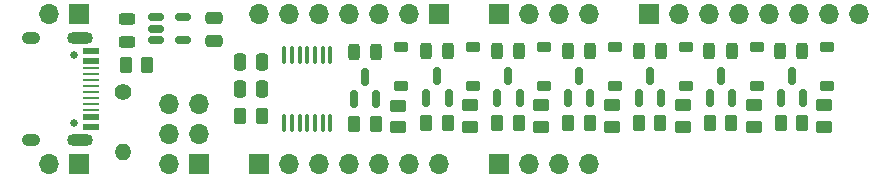
<source format=gbr>
%TF.GenerationSoftware,KiCad,Pcbnew,8.0.6*%
%TF.CreationDate,2024-11-04T18:07:15+01:00*%
%TF.ProjectId,ATtiny3,41547469-6e79-4332-9e6b-696361645f70,rev?*%
%TF.SameCoordinates,Original*%
%TF.FileFunction,Soldermask,Top*%
%TF.FilePolarity,Negative*%
%FSLAX46Y46*%
G04 Gerber Fmt 4.6, Leading zero omitted, Abs format (unit mm)*
G04 Created by KiCad (PCBNEW 8.0.6) date 2024-11-04 18:07:15*
%MOMM*%
%LPD*%
G01*
G04 APERTURE LIST*
G04 Aperture macros list*
%AMRoundRect*
0 Rectangle with rounded corners*
0 $1 Rounding radius*
0 $2 $3 $4 $5 $6 $7 $8 $9 X,Y pos of 4 corners*
0 Add a 4 corners polygon primitive as box body*
4,1,4,$2,$3,$4,$5,$6,$7,$8,$9,$2,$3,0*
0 Add four circle primitives for the rounded corners*
1,1,$1+$1,$2,$3*
1,1,$1+$1,$4,$5*
1,1,$1+$1,$6,$7*
1,1,$1+$1,$8,$9*
0 Add four rect primitives between the rounded corners*
20,1,$1+$1,$2,$3,$4,$5,0*
20,1,$1+$1,$4,$5,$6,$7,0*
20,1,$1+$1,$6,$7,$8,$9,0*
20,1,$1+$1,$8,$9,$2,$3,0*%
G04 Aperture macros list end*
%ADD10RoundRect,0.250000X-0.262500X-0.450000X0.262500X-0.450000X0.262500X0.450000X-0.262500X0.450000X0*%
%ADD11RoundRect,0.150000X-0.512500X-0.150000X0.512500X-0.150000X0.512500X0.150000X-0.512500X0.150000X0*%
%ADD12R,1.700000X1.700000*%
%ADD13O,1.700000X1.700000*%
%ADD14RoundRect,0.250000X0.250000X0.475000X-0.250000X0.475000X-0.250000X-0.475000X0.250000X-0.475000X0*%
%ADD15RoundRect,0.243750X-0.243750X-0.456250X0.243750X-0.456250X0.243750X0.456250X-0.243750X0.456250X0*%
%ADD16C,0.670000*%
%ADD17R,1.450000X0.250000*%
%ADD18R,1.450000X0.300000*%
%ADD19RoundRect,0.500000X-0.600000X0.000010X-0.600000X-0.000010X0.600000X-0.000010X0.600000X0.000010X0*%
%ADD20RoundRect,0.500000X-0.300000X0.000010X-0.300000X-0.000010X0.300000X-0.000010X0.300000X0.000010X0*%
%ADD21RoundRect,0.150000X0.150000X-0.587500X0.150000X0.587500X-0.150000X0.587500X-0.150000X-0.587500X0*%
%ADD22RoundRect,0.250000X-0.450000X0.262500X-0.450000X-0.262500X0.450000X-0.262500X0.450000X0.262500X0*%
%ADD23RoundRect,0.250000X-0.475000X0.250000X-0.475000X-0.250000X0.475000X-0.250000X0.475000X0.250000X0*%
%ADD24RoundRect,0.250000X0.262500X0.450000X-0.262500X0.450000X-0.262500X-0.450000X0.262500X-0.450000X0*%
%ADD25RoundRect,0.225000X0.375000X-0.225000X0.375000X0.225000X-0.375000X0.225000X-0.375000X-0.225000X0*%
%ADD26RoundRect,0.100000X0.100000X-0.637500X0.100000X0.637500X-0.100000X0.637500X-0.100000X-0.637500X0*%
%ADD27RoundRect,0.243750X-0.456250X0.243750X-0.456250X-0.243750X0.456250X-0.243750X0.456250X0.243750X0*%
%ADD28C,1.400000*%
%ADD29O,1.400000X1.400000*%
G04 APERTURE END LIST*
D10*
%TO.C,rgate3*%
X60767100Y-32149700D03*
X62592100Y-32149700D03*
%TD*%
D11*
%TO.C,U1*%
X31882500Y-23180000D03*
X31882500Y-24130000D03*
X31882500Y-25080000D03*
X34157500Y-25080000D03*
X34157500Y-23180000D03*
%TD*%
D12*
%TO.C,J7*%
X40640000Y-35560000D03*
D13*
X43180000Y-35560000D03*
X45720000Y-35560000D03*
X48260000Y-35560000D03*
X50800000Y-35560000D03*
X53340000Y-35560000D03*
X55880000Y-35560000D03*
%TD*%
D10*
%TO.C,rgate4*%
X66767100Y-32149700D03*
X68592100Y-32149700D03*
%TD*%
D14*
%TO.C,C3*%
X40894000Y-29210000D03*
X38994000Y-29210000D03*
%TD*%
D15*
%TO.C,led7*%
X84742100Y-26053700D03*
X86617100Y-26053700D03*
%TD*%
D16*
%TO.C,J4*%
X24922500Y-26330000D03*
X24922500Y-32130000D03*
D17*
X26372500Y-25855000D03*
X26372500Y-26655000D03*
X26372500Y-27980000D03*
X26372500Y-28980000D03*
X26372500Y-29480000D03*
X26372500Y-30480000D03*
X26372500Y-31805000D03*
X26372500Y-32605000D03*
D18*
X26372500Y-32330000D03*
X26372500Y-31530000D03*
D17*
X26372500Y-30980000D03*
X26372500Y-29980000D03*
X26372500Y-28480000D03*
X26372500Y-27480000D03*
D18*
X26372500Y-26930000D03*
X26372500Y-26130000D03*
D19*
X25452500Y-24910000D03*
D20*
X21272500Y-24910000D03*
D19*
X25452500Y-33550000D03*
D20*
X21272500Y-33550000D03*
%TD*%
D10*
%TO.C,rgate2*%
X54767100Y-32149700D03*
X56592100Y-32149700D03*
%TD*%
D21*
%TO.C,q5*%
X72763600Y-30039200D03*
X74663600Y-30039200D03*
X73713600Y-28164200D03*
%TD*%
D22*
%TO.C,rled2*%
X58473600Y-30602200D03*
X58473600Y-32427200D03*
%TD*%
D23*
%TO.C,C1*%
X36830000Y-23246000D03*
X36830000Y-25146000D03*
%TD*%
D22*
%TO.C,rled6*%
X82473600Y-30602200D03*
X82473600Y-32427200D03*
%TD*%
D21*
%TO.C,q3*%
X60763600Y-30039200D03*
X62663600Y-30039200D03*
X61713600Y-28164200D03*
%TD*%
D15*
%TO.C,led5*%
X72742100Y-26053700D03*
X74617100Y-26053700D03*
%TD*%
D10*
%TO.C,rgate5*%
X72767100Y-32149700D03*
X74592100Y-32149700D03*
%TD*%
D24*
%TO.C,R2*%
X40856500Y-31496000D03*
X39031500Y-31496000D03*
%TD*%
D15*
%TO.C,led6*%
X78742100Y-26053700D03*
X80617100Y-26053700D03*
%TD*%
%TO.C,led4*%
X66742100Y-26053700D03*
X68617100Y-26053700D03*
%TD*%
D25*
%TO.C,dq5*%
X76727600Y-28973700D03*
X76727600Y-25673700D03*
%TD*%
D10*
%TO.C,rgate7*%
X84767100Y-32149700D03*
X86592100Y-32149700D03*
%TD*%
D15*
%TO.C,led2*%
X54742100Y-26053700D03*
X56617100Y-26053700D03*
%TD*%
D10*
%TO.C,rgate6*%
X78767100Y-32149700D03*
X80592100Y-32149700D03*
%TD*%
D25*
%TO.C,dq6*%
X82727600Y-28973700D03*
X82727600Y-25673700D03*
%TD*%
D22*
%TO.C,rled4*%
X70473600Y-30602200D03*
X70473600Y-32427200D03*
%TD*%
D25*
%TO.C,dq7*%
X88727600Y-28973700D03*
X88727600Y-25673700D03*
%TD*%
%TO.C,dq4*%
X70727600Y-28973700D03*
X70727600Y-25673700D03*
%TD*%
D12*
%TO.C,J9*%
X73660000Y-22860000D03*
D13*
X76200000Y-22860000D03*
X78740000Y-22860000D03*
X81280000Y-22860000D03*
X83820000Y-22860000D03*
X86360000Y-22860000D03*
X88900000Y-22860000D03*
X91440000Y-22860000D03*
%TD*%
D22*
%TO.C,rled5*%
X76473600Y-30602200D03*
X76473600Y-32427200D03*
%TD*%
D25*
%TO.C,dq3*%
X64727600Y-28973700D03*
X64727600Y-25673700D03*
%TD*%
D12*
%TO.C,J8*%
X55880000Y-22860000D03*
D13*
X53340000Y-22860000D03*
X50800000Y-22860000D03*
X48260000Y-22860000D03*
X45720000Y-22860000D03*
X43180000Y-22860000D03*
X40640000Y-22860000D03*
%TD*%
D22*
%TO.C,rled1*%
X52361100Y-30649700D03*
X52361100Y-32474700D03*
%TD*%
D25*
%TO.C,dq1*%
X52615100Y-29021200D03*
X52615100Y-25721200D03*
%TD*%
D12*
%TO.C,J6*%
X25400000Y-22860000D03*
D13*
X22860000Y-22860000D03*
%TD*%
D21*
%TO.C,q2*%
X54763600Y-30039200D03*
X56663600Y-30039200D03*
X55713600Y-28164200D03*
%TD*%
D25*
%TO.C,dq2*%
X58727600Y-28973700D03*
X58727600Y-25673700D03*
%TD*%
D12*
%TO.C,J1*%
X35560000Y-35560000D03*
D13*
X33020000Y-35560000D03*
X35560000Y-33020000D03*
X33020000Y-33020000D03*
X35560000Y-30480000D03*
X33020000Y-30480000D03*
%TD*%
D12*
%TO.C,J2*%
X60960000Y-22860000D03*
D13*
X63500000Y-22860000D03*
X66040000Y-22860000D03*
X68580000Y-22860000D03*
%TD*%
D10*
%TO.C,rgate1*%
X48654600Y-32197200D03*
X50479600Y-32197200D03*
%TD*%
D26*
%TO.C,U2*%
X42754000Y-32072500D03*
X43404000Y-32072500D03*
X44054000Y-32072500D03*
X44704000Y-32072500D03*
X45354000Y-32072500D03*
X46004000Y-32072500D03*
X46654000Y-32072500D03*
X46654000Y-26347500D03*
X46004000Y-26347500D03*
X45354000Y-26347500D03*
X44704000Y-26347500D03*
X44054000Y-26347500D03*
X43404000Y-26347500D03*
X42754000Y-26347500D03*
%TD*%
D15*
%TO.C,led1*%
X48629600Y-26101200D03*
X50504600Y-26101200D03*
%TD*%
D22*
%TO.C,rled3*%
X64473600Y-30602200D03*
X64473600Y-32427200D03*
%TD*%
D12*
%TO.C,J5*%
X25400000Y-35560000D03*
D13*
X22860000Y-35560000D03*
%TD*%
D10*
%TO.C,RLedON1*%
X29313500Y-27178000D03*
X31138500Y-27178000D03*
%TD*%
D12*
%TO.C,J3*%
X60960000Y-35560000D03*
D13*
X63500000Y-35560000D03*
X66040000Y-35560000D03*
X68580000Y-35560000D03*
%TD*%
D21*
%TO.C,q1*%
X48651100Y-30086700D03*
X50551100Y-30086700D03*
X49601100Y-28211700D03*
%TD*%
D27*
%TO.C,LedON1*%
X29464000Y-23343000D03*
X29464000Y-25218000D03*
%TD*%
D15*
%TO.C,led3*%
X60742100Y-26053700D03*
X62617100Y-26053700D03*
%TD*%
D28*
%TO.C,R1*%
X29083000Y-29464000D03*
D29*
X29083000Y-34544000D03*
%TD*%
D22*
%TO.C,rled7*%
X88473600Y-30602200D03*
X88473600Y-32427200D03*
%TD*%
D21*
%TO.C,q4*%
X66763600Y-30039200D03*
X68663600Y-30039200D03*
X67713600Y-28164200D03*
%TD*%
%TO.C,q6*%
X78763600Y-30039200D03*
X80663600Y-30039200D03*
X79713600Y-28164200D03*
%TD*%
%TO.C,q7*%
X84763600Y-30039200D03*
X86663600Y-30039200D03*
X85713600Y-28164200D03*
%TD*%
D14*
%TO.C,C2*%
X40894000Y-26924000D03*
X38994000Y-26924000D03*
%TD*%
M02*

</source>
